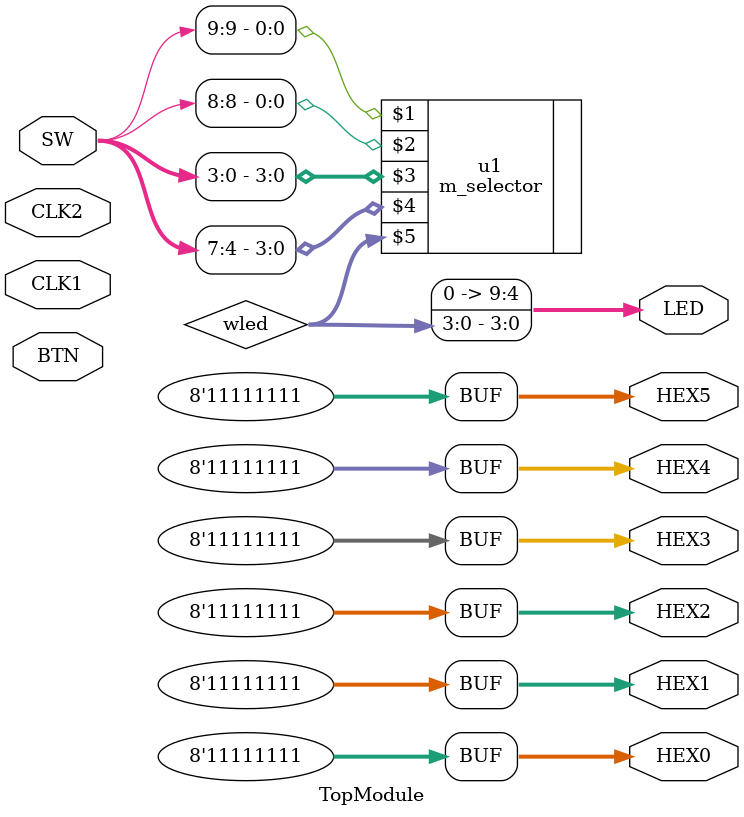
<source format=v>
module TopModule(
	///CLOCK/////
	input              CLK1,
	input              CLK2,
	//// SEG7/////
	output     [7:0]   HEX0,
	output     [7:0]   HEX1,
	output     [7:0]   HEX2,
	output     [7:0]   HEX3,
	output     [7:0]   HEX4,
	output     [7:0]   HEX5,
	//// PUSH BUTTON //////
	input      [1:0]   BTN,
	///// LED////////
	output     [9:0]   LED,
	/////// SW///////////
	input      [9:0]   SW
   
	);
	//wire w_and, w_or, w_not, w_xor;
	
	//m_and u1(SW[0], SW[1], w_and);
	//m_or u2(SW[2], SW[3], w_or);
	//m_not u3(SW[4], w_not);
	//m_xor u4(SW[5], SW[6], w_xor);
	
	

//assign LED={3'h0, w_xor, w_xor, w_not, w_or, w_or, w_and, w_and};
assign HEX0=8'hff;
assign HEX1=8'hff;
assign HEX2=8'hff;
assign HEX3=8'hff;
assign HEX4=8'hff;
assign HEX5=8'hff;
wire [3:0] wled;

assign LED={6'h0, wled};
m_selector u1(SW[9], SW[8], SW[3:0], SW[7:4], wled);


endmodule
</source>
